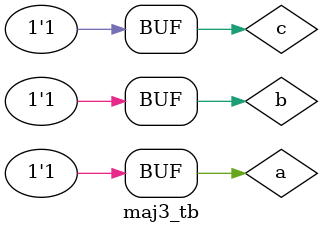
<source format=sv>
 
module maj3_tb;
  
  //dont take inputs dont produce outputs
//they need design under test 


//DUT - chip, 3 lines in, 1 out
//Test bench - Bread Board

  //3 local(wires of BB/probe) pins and 1 out part of test bench not part of DUT.

//wire local to test bench
  reg a, b, c;
  wire out;
  
  // not function call, instantiation
  maj3 DUT1( out, a, b, c);
  
  //values for a, b c enum
  initial begin 
    for( int i= 0; i<8; i++) begin
      #5 {a,b,c} = i; // each bit of i is assigned to a, b, c i2, i1, i0, 3bits
      //every 5 time units, value changes
    end  
  end
  
  //i-verilog compiler under use.
  
  initial begin
    $monitor(a,b,c, out);
    $dumpfile("dump.vcd");//waveform file value change dump
    $dumpvars; //to dump all vars
	end
endmodule
</source>
